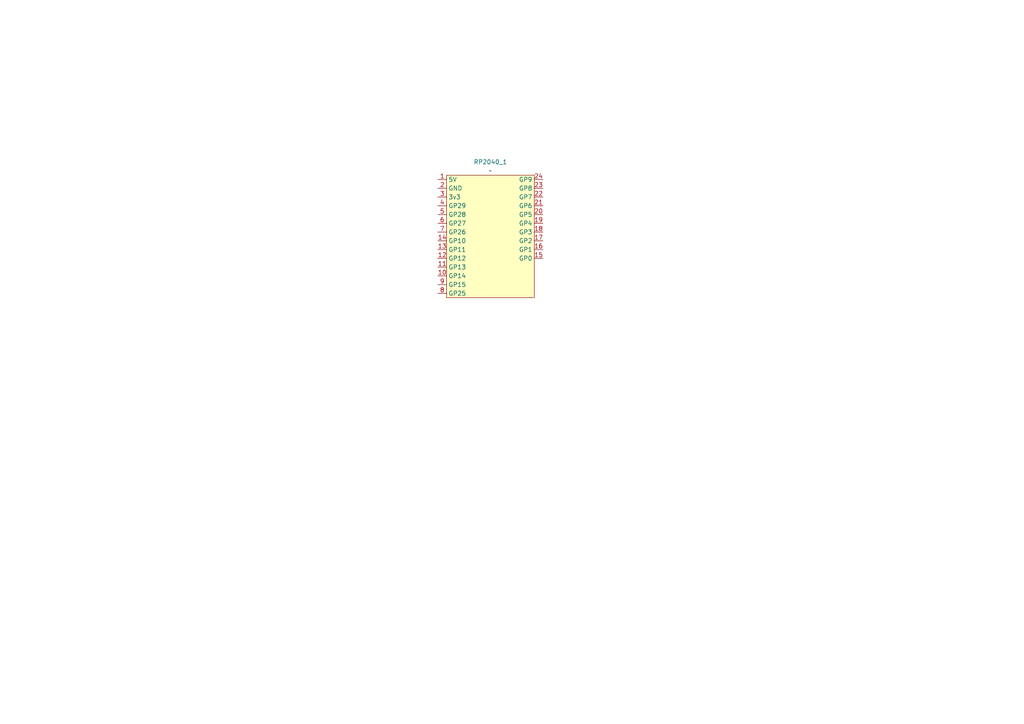
<source format=kicad_sch>
(kicad_sch (version 20231120) (generator "eeschema") (generator_version "8.0")
  (paper "A4")
  (lib_symbols
    (symbol "RP2040-zero:RP2040-zero"
      (property "Reference" "RP2040_0" (at 0 27.686 0))
      (symbol "RP2040-zero_1_1"
        (polyline (pts (xy -12.7 26.67) (xy 12.7 26.67) (xy 12.7 -8.89) (xy -12.7 -8.89) (xy -12.7 26.67)) (fill (type background)))
        (pin power_in line (at -15.24 25.4 0) (length 2.54) (name "5V") (number "1"))
        (pin bidirectional line (at -15.24 -2.54 0) (length 2.54) (name "GP14") (number "10"))
        (pin bidirectional line (at -15.24 0 0) (length 2.54) (name "GP13") (number "11"))
        (pin bidirectional line (at -15.24 2.54 0) (length 2.54) (name "GP12") (number "12"))
        (pin bidirectional line (at -15.24 5.08 0) (length 2.54) (name "GP11") (number "13"))
        (pin bidirectional line (at -15.24 7.62 0) (length 2.54) (name "GP10") (number "14"))
        (pin bidirectional line (at 15.24 2.54 180) (length 2.54) (name "GP0") (number "15"))
        (pin bidirectional line (at 15.24 5.08 180) (length 2.54) (name "GP1") (number "16"))
        (pin bidirectional line (at 15.24 7.62 180) (length 2.54) (name "GP2") (number "17"))
        (pin bidirectional line (at 15.24 10.16 180) (length 2.54) (name "GP3") (number "18"))
        (pin bidirectional line (at 15.24 12.7 180) (length 2.54) (name "GP4") (number "19"))
        (pin power_in line (at -15.24 22.86 0) (length 2.54) (name "GND") (number "2"))
        (pin bidirectional line (at 15.24 15.24 180) (length 2.54) (name "GP5") (number "20"))
        (pin bidirectional line (at 15.24 17.78 180) (length 2.54) (name "GP6") (number "21"))
        (pin bidirectional line (at 15.24 20.32 180) (length 2.54) (name "GP7") (number "22"))
        (pin bidirectional line (at 15.24 22.86 180) (length 2.54) (name "GP8") (number "23"))
        (pin bidirectional line (at 15.24 25.4 180) (length 2.54) (name "GP9") (number "24"))
        (pin power_in line (at -15.24 20.32 0) (length 2.54) (name "3v3") (number "3"))
        (pin bidirectional line (at -15.24 17.78 0) (length 2.54) (name "GP29") (number "4"))
        (pin bidirectional line (at -15.24 15.24 0) (length 2.54) (name "GP28") (number "5"))
        (pin bidirectional line (at -15.24 12.7 0) (length 2.54) (name "GP27") (number "6"))
        (pin bidirectional line (at -15.24 10.16 0) (length 2.54) (name "GP26") (number "7"))
        (pin bidirectional line (at -15.24 -7.62 0) (length 2.54) (name "GP25") (number "8"))
        (pin bidirectional line (at -15.24 -5.08 0) (length 2.54) (name "GP15") (number "9"))
      )
    )
  )
  (symbol (lib_id "RP2040-zero:RP2040-zero") (at 142.24 77.47 0) (unit 1)
    (property "Reference" "RP2040_1" (at 142.24 46.99 0))
    (property "Value" "~" (at 142.24 49.53 0))
  )
)
</source>
